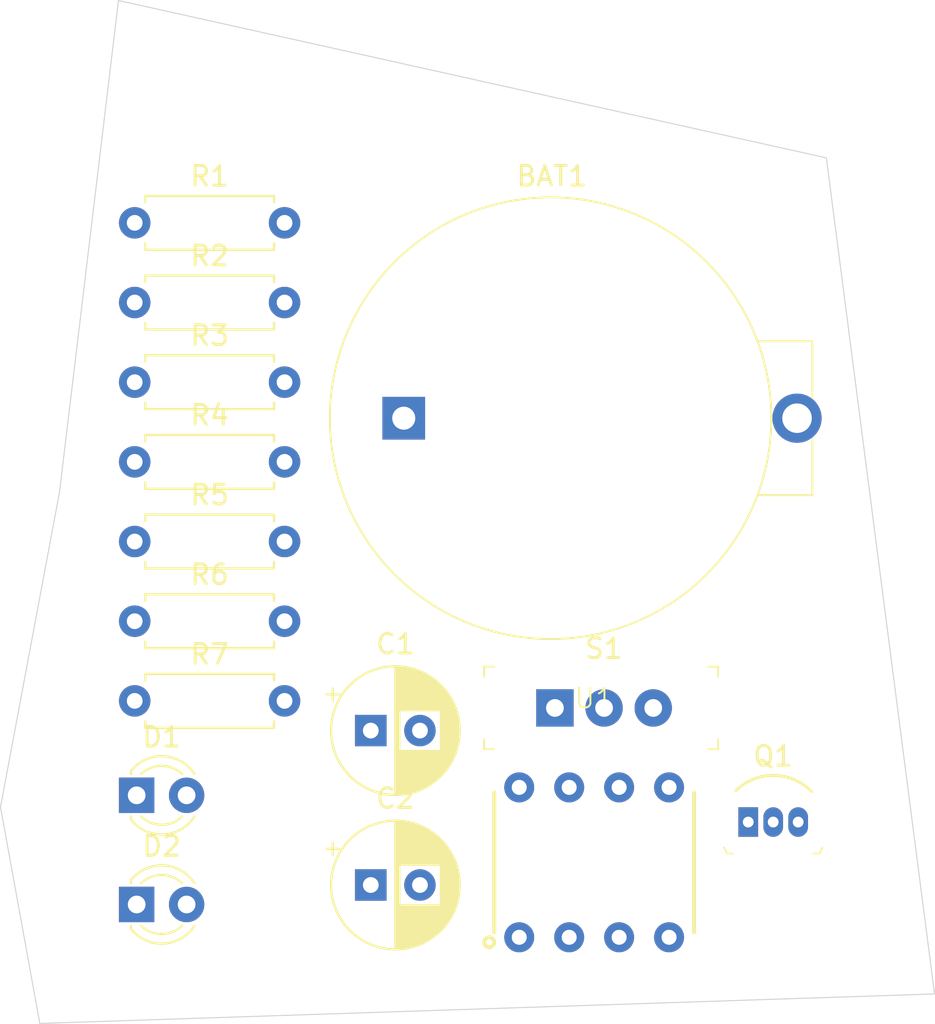
<source format=kicad_pcb>
(kicad_pcb (version 20240108) (generator "pcbnew") (generator_version "8.0")
  (layers (0 "F.Cu" signal) (31 "B.Cu" signal) (34 "B.Paste" user) (35 "F.Paste" user) (36 "B.SilkS" user "B.Silkscreen") (37 "F.SilkS" user "F.Silkscreen") (38 "B.Mask" user) (39 "F.Mask" user) (44 "Edge.Cuts" user))
  (net 0 "")
  (net 1 "GND")
  (net 2 "Net-(BAT1-PadPos)")
  (net 3 "Net-(U1-THRESH)")
  (net 4 "Net-(C2-Pad1)")
  (net 5 "Net-(D1-K)")
  (net 6 "Net-(D1-A)")
  (net 7 "Net-(D2-A)")
  (net 8 "Net-(Q1-B)")
  (net 9 "Net-(U1-DIS)")
  (net 10 "VCC")
  (net 11 "Net-(U1-OUT)")
  (footprint "Resistor_THT:R_Axial_DIN0207_L6.3mm_D2.5mm_P7.62mm_Horizontal" (layer "F.Cu") (at 139.8254 95.403)
    (property "Reference" "R3" (at 3.81 -2.37 0) (layer "F.SilkS"))
    (property "Value" "22k")
    (fp_line (start 0.54 -1.37) (end 7.08 -1.37) (stroke (width 0.12)) (layer "F.SilkS"))
    (fp_line (start 0.54 -1.04) (end 0.54 -1.37) (stroke (width 0.12)) (layer "F.SilkS"))
    (fp_line (start 0.54 1.04) (end 0.54 1.37) (stroke (width 0.12)) (layer "F.SilkS"))
    (fp_line (start 0.54 1.37) (end 7.08 1.37) (stroke (width 0.12)) (layer "F.SilkS"))
    (fp_line (start 7.08 -1.37) (end 7.08 -1.04) (stroke (width 0.12)) (layer "F.SilkS"))
    (fp_line (start 7.08 1.37) (end 7.08 1.04) (stroke (width 0.12)) (layer "F.SilkS"))
    (pad "1" thru_hole circle (at 0 0) (size 1.6 1.6) (drill 0.8) (layers "*.Cu" "*.Mask") (net 11 "Net-(U1-OUT)"))
    (pad "2" thru_hole oval (at 7.62 0) (size 1.6 1.6) (drill 0.8) (layers "*.Cu" "*.Mask") (net 4 "Net-(C2-Pad1)"))
  )
  (footprint "Resistor_THT:R_Axial_DIN0207_L6.3mm_D2.5mm_P7.62mm_Horizontal" (layer "F.Cu") (at 139.8254 103.503)
    (property "Reference" "R5" (at 3.81 -2.37 0) (layer "F.SilkS"))
    (property "Value" "10k")
    (fp_line (start 0.54 -1.37) (end 7.08 -1.37) (stroke (width 0.12)) (layer "F.SilkS"))
    (fp_line (start 0.54 -1.04) (end 0.54 -1.37) (stroke (width 0.12)) (layer "F.SilkS"))
    (fp_line (start 0.54 1.04) (end 0.54 1.37) (stroke (width 0.12)) (layer "F.SilkS"))
    (fp_line (start 0.54 1.37) (end 7.08 1.37) (stroke (width 0.12)) (layer "F.SilkS"))
    (fp_line (start 7.08 -1.37) (end 7.08 -1.04) (stroke (width 0.12)) (layer "F.SilkS"))
    (fp_line (start 7.08 1.37) (end 7.08 1.04) (stroke (width 0.12)) (layer "F.SilkS"))
    (pad "1" thru_hole circle (at 0 0) (size 1.6 1.6) (drill 0.8) (layers "*.Cu" "*.Mask") (net 4 "Net-(C2-Pad1)"))
    (pad "2" thru_hole oval (at 7.62 0) (size 1.6 1.6) (drill 0.8) (layers "*.Cu" "*.Mask") (net 8 "Net-(Q1-B)"))
  )
  (footprint "digikey-footprints:Switch_Slide_11.6x4mm_EG1218" (layer "F.Cu") (at 161.1954 111.963)
    (property "Reference" "S1" (at 2.49 -3.02 0) (layer "F.SilkS"))
    (property "Value" "EG1218")
    (fp_line (start -3.6 -2.1) (end -3.6 -1.6) (stroke (width 0.1)) (layer "F.SilkS"))
    (fp_line (start -3.6 -2.1) (end -3.1 -2.1) (stroke (width 0.1)) (layer "F.SilkS"))
    (fp_line (start -3.6 2.1) (end -3.6 1.6) (stroke (width 0.1)) (layer "F.SilkS"))
    (fp_line (start -3.6 2.1) (end -3.1 2.1) (stroke (width 0.1)) (layer "F.SilkS"))
    (fp_line (start 8.3 -2.1) (end 7.8 -2.1) (stroke (width 0.1)) (layer "F.SilkS"))
    (fp_line (start 8.3 -2.1) (end 8.3 -1.6) (stroke (width 0.1)) (layer "F.SilkS"))
    (fp_line (start 8.3 2.1) (end 7.8 2.1) (stroke (width 0.1)) (layer "F.SilkS"))
    (fp_line (start 8.3 2.1) (end 8.3 1.6) (stroke (width 0.1)) (layer "F.SilkS"))
    (pad "1" thru_hole rect (at 0 0) (size 1.9 1.9) (drill 0.9) (layers "*.Cu" "*.Mask"))
    (pad "2" thru_hole circle (at 2.5 0) (size 1.9 1.9) (drill 0.9) (layers "*.Cu" "*.Mask") (net 10 "VCC"))
    (pad "3" thru_hole circle (at 5 0) (size 1.9 1.9) (drill 0.9) (layers "*.Cu" "*.Mask") (net 2 "Net-(BAT1-PadPos)"))
  )
  (footprint "Resistor_THT:R_Axial_DIN0207_L6.3mm_D2.5mm_P7.62mm_Horizontal" (layer "F.Cu") (at 139.8254 107.553)
    (property "Reference" "R6" (at 3.81 -2.37 0) (layer "F.SilkS"))
    (property "Value" "100")
    (fp_line (start 0.54 -1.37) (end 7.08 -1.37) (stroke (width 0.12)) (layer "F.SilkS"))
    (fp_line (start 0.54 -1.04) (end 0.54 -1.37) (stroke (width 0.12)) (layer "F.SilkS"))
    (fp_line (start 0.54 1.04) (end 0.54 1.37) (stroke (width 0.12)) (layer "F.SilkS"))
    (fp_line (start 0.54 1.37) (end 7.08 1.37) (stroke (width 0.12)) (layer "F.SilkS"))
    (fp_line (start 7.08 -1.37) (end 7.08 -1.04) (stroke (width 0.12)) (layer "F.SilkS"))
    (fp_line (start 7.08 1.37) (end 7.08 1.04) (stroke (width 0.12)) (layer "F.SilkS"))
    (pad "1" thru_hole circle (at 0 0) (size 1.6 1.6) (drill 0.8) (layers "*.Cu" "*.Mask") (net 6 "Net-(D1-A)"))
    (pad "2" thru_hole oval (at 7.62 0) (size 1.6 1.6) (drill 0.8) (layers "*.Cu" "*.Mask") (net 10 "VCC"))
  )
  (footprint "Resistor_THT:R_Axial_DIN0207_L6.3mm_D2.5mm_P7.62mm_Horizontal" (layer "F.Cu") (at 139.8254 99.453)
    (property "Reference" "R4" (at 3.81 -2.37 0) (layer "F.SilkS"))
    (property "Value" "100k")
    (fp_line (start 0.54 -1.37) (end 7.08 -1.37) (stroke (width 0.12)) (layer "F.SilkS"))
    (fp_line (start 0.54 -1.04) (end 0.54 -1.37) (stroke (width 0.12)) (layer "F.SilkS"))
    (fp_line (start 0.54 1.04) (end 0.54 1.37) (stroke (width 0.12)) (layer "F.SilkS"))
    (fp_line (start 0.54 1.37) (end 7.08 1.37) (stroke (width 0.12)) (layer "F.SilkS"))
    (fp_line (start 7.08 -1.37) (end 7.08 -1.04) (stroke (width 0.12)) (layer "F.SilkS"))
    (fp_line (start 7.08 1.37) (end 7.08 1.04) (stroke (width 0.12)) (layer "F.SilkS"))
    (pad "1" thru_hole circle (at 0 0) (size 1.6 1.6) (drill 0.8) (layers "*.Cu" "*.Mask") (net 1 "GND"))
    (pad "2" thru_hole oval (at 7.62 0) (size 1.6 1.6) (drill 0.8) (layers "*.Cu" "*.Mask") (net 4 "Net-(C2-Pad1)"))
  )
  (footprint "Resistor_THT:R_Axial_DIN0207_L6.3mm_D2.5mm_P7.62mm_Horizontal" (layer "F.Cu") (at 139.8254 87.303)
    (property "Reference" "R1" (at 3.81 -2.37 0) (layer "F.SilkS"))
    (property "Value" "22k")
    (fp_line (start 0.54 -1.37) (end 7.08 -1.37) (stroke (width 0.12)) (layer "F.SilkS"))
    (fp_line (start 0.54 -1.04) (end 0.54 -1.37) (stroke (width 0.12)) (layer "F.SilkS"))
    (fp_line (start 0.54 1.04) (end 0.54 1.37) (stroke (width 0.12)) (layer "F.SilkS"))
    (fp_line (start 0.54 1.37) (end 7.08 1.37) (stroke (width 0.12)) (layer "F.SilkS"))
    (fp_line (start 7.08 -1.37) (end 7.08 -1.04) (stroke (width 0.12)) (layer "F.SilkS"))
    (fp_line (start 7.08 1.37) (end 7.08 1.04) (stroke (width 0.12)) (layer "F.SilkS"))
    (pad "1" thru_hole circle (at 0 0) (size 1.6 1.6) (drill 0.8) (layers "*.Cu" "*.Mask") (net 10 "VCC"))
    (pad "2" thru_hole oval (at 7.62 0) (size 1.6 1.6) (drill 0.8) (layers "*.Cu" "*.Mask") (net 9 "Net-(U1-DIS)"))
  )
  (footprint "LED_THT:LED_D3.0mm" (layer "F.Cu") (at 139.9254 121.953)
    (property "Reference" "D2" (at 1.27 -2.96 0) (layer "F.SilkS"))
    (property "Value" "LED RED")
    (fp_line (start -0.29 -1.236) (end -0.29 -1.08) (stroke (width 0.12)) (layer "F.SilkS"))
    (fp_line (start -0.29 1.08) (end -0.29 1.236) (stroke (width 0.12)) (layer "F.SilkS"))
    (fp_arc (start -0.29 -1.235516) (mid 1.366487 -1.987659) (end 2.942335 -1.078608) (stroke (width 0.12)) (layer "F.SilkS"))
    (fp_arc (start 0.229039 -1.08) (mid 1.270117 -1.5) (end 2.31113 -1.079837) (stroke (width 0.12)) (layer "F.SilkS"))
    (fp_arc (start 2.31113 1.079837) (mid 1.270117 1.5) (end 0.229039 1.08) (stroke (width 0.12)) (layer "F.SilkS"))
    (fp_arc (start 2.942335 1.078608) (mid 1.366487 1.987659) (end -0.29 1.235516) (stroke (width 0.12)) (layer "F.SilkS"))
    (pad "1" thru_hole rect (at 0 0) (size 1.8 1.8) (drill 0.9) (layers "*.Cu" "*.Mask") (net 5 "Net-(D1-K)"))
    (pad "2" thru_hole circle (at 2.54 0) (size 1.8 1.8) (drill 0.9) (layers "*.Cu" "*.Mask") (net 7 "Net-(D2-A)"))
  )
  (footprint "Resistor_THT:R_Axial_DIN0207_L6.3mm_D2.5mm_P7.62mm_Horizontal" (layer "F.Cu") (at 139.8254 111.603)
    (property "Reference" "R7" (at 3.81 -2.37 0) (layer "F.SilkS"))
    (property "Value" "100")
    (fp_line (start 0.54 -1.37) (end 7.08 -1.37) (stroke (width 0.12)) (layer "F.SilkS"))
    (fp_line (start 0.54 -1.04) (end 0.54 -1.37) (stroke (width 0.12)) (layer "F.SilkS"))
    (fp_line (start 0.54 1.04) (end 0.54 1.37) (stroke (width 0.12)) (layer "F.SilkS"))
    (fp_line (start 0.54 1.37) (end 7.08 1.37) (stroke (width 0.12)) (layer "F.SilkS"))
    (fp_line (start 7.08 -1.37) (end 7.08 -1.04) (stroke (width 0.12)) (layer "F.SilkS"))
    (fp_line (start 7.08 1.37) (end 7.08 1.04) (stroke (width 0.12)) (layer "F.SilkS"))
    (pad "1" thru_hole circle (at 0 0) (size 1.6 1.6) (drill 0.8) (layers "*.Cu" "*.Mask") (net 7 "Net-(D2-A)"))
    (pad "2" thru_hole oval (at 7.62 0) (size 1.6 1.6) (drill 0.8) (layers "*.Cu" "*.Mask") (net 10 "VCC"))
  )
  (footprint "digikey-footprints:Battery_Holder_Coin_2032_BS-7" (layer "F.Cu") (at 153.5078 97.233)
    (property "Reference" "BAT1" (at 7.52856 -12.3063 0) (layer "F.SilkS"))
    (property "Value" "BS-7")
    (fp_line (start 18.034 -3.9116) (end 20.7772 -3.9116) (stroke (width 0.1)) (layer "F.SilkS"))
    (fp_line (start 18.034 3.9116) (end 20.7772 3.9116) (stroke (width 0.1)) (layer "F.SilkS"))
    (fp_line (start 20.7772 -3.9116) (end 20.7772 -1.0668) (stroke (width 0.1)) (layer "F.SilkS"))
    (fp_line (start 20.7772 3.9116) (end 20.7772 1.0668) (stroke (width 0.1)) (layer "F.SilkS"))
    (fp_circle (center 7.4676 0) (end -3.7592 0) (stroke (width 0.1)) (fill none) (layer "F.SilkS"))
    (pad "Neg" thru_hole rect (at 0 0) (size 2.17 2.17) (drill 1.17) (layers "*.Cu" "*.Mask") (net 1 "GND"))
    (pad "Pos" thru_hole circle (at 20 0) (size 2.5 2.5) (drill 1.5) (layers "*.Cu" "*.Mask") (net 2 "Net-(BAT1-PadPos)"))
  )
  (footprint "Resistor_THT:R_Axial_DIN0207_L6.3mm_D2.5mm_P7.62mm_Horizontal" (layer "F.Cu") (at 139.8254 91.353)
    (property "Reference" "R2" (at 3.81 -2.37 0) (layer "F.SilkS"))
    (property "Value" "330k")
    (fp_line (start 0.54 -1.37) (end 7.08 -1.37) (stroke (width 0.12)) (layer "F.SilkS"))
    (fp_line (start 0.54 -1.04) (end 0.54 -1.37) (stroke (width 0.12)) (layer "F.SilkS"))
    (fp_line (start 0.54 1.04) (end 0.54 1.37) (stroke (width 0.12)) (layer "F.SilkS"))
    (fp_line (start 0.54 1.37) (end 7.08 1.37) (stroke (width 0.12)) (layer "F.SilkS"))
    (fp_line (start 7.08 -1.37) (end 7.08 -1.04) (stroke (width 0.12)) (layer "F.SilkS"))
    (fp_line (start 7.08 1.37) (end 7.08 1.04) (stroke (width 0.12)) (layer "F.SilkS"))
    (pad "1" thru_hole circle (at 0 0) (size 1.6 1.6) (drill 0.8) (layers "*.Cu" "*.Mask") (net 9 "Net-(U1-DIS)"))
    (pad "2" thru_hole oval (at 7.62 0) (size 1.6 1.6) (drill 0.8) (layers "*.Cu" "*.Mask") (net 3 "Net-(U1-THRESH)"))
  )
  (footprint "LED_THT:LED_D3.0mm" (layer "F.Cu") (at 139.9254 116.403)
    (property "Reference" "D1" (at 1.27 -2.96 0) (layer "F.SilkS"))
    (property "Value" "LED RED")
    (fp_line (start -0.29 -1.236) (end -0.29 -1.08) (stroke (width 0.12)) (layer "F.SilkS"))
    (fp_line (start -0.29 1.08) (end -0.29 1.236) (stroke (width 0.12)) (layer "F.SilkS"))
    (fp_arc (start -0.29 -1.235516) (mid 1.366487 -1.987659) (end 2.942335 -1.078608) (stroke (width 0.12)) (layer "F.SilkS"))
    (fp_arc (start 0.229039 -1.08) (mid 1.270117 -1.5) (end 2.31113 -1.079837) (stroke (width 0.12)) (layer "F.SilkS"))
    (fp_arc (start 2.31113 1.079837) (mid 1.270117 1.5) (end 0.229039 1.08) (stroke (width 0.12)) (layer "F.SilkS"))
    (fp_arc (start 2.942335 1.078608) (mid 1.366487 1.987659) (end -0.29 1.235516) (stroke (width 0.12)) (layer "F.SilkS"))
    (pad "1" thru_hole rect (at 0 0) (size 1.8 1.8) (drill 0.9) (layers "*.Cu" "*.Mask") (net 5 "Net-(D1-K)"))
    (pad "2" thru_hole circle (at 2.54 0) (size 1.8 1.8) (drill 0.9) (layers "*.Cu" "*.Mask") (net 6 "Net-(D1-A)"))
  )
  (footprint "digikey-footprints:TO-92-3" (layer "F.Cu") (at 171.0254 117.763)
    (property "Reference" "Q1" (at 1.27 -3.35 0) (layer "F.SilkS"))
    (property "Value" "2N3904")
    (fp_line (start -1.08 1.6) (end -1.23 1.3) (stroke (width 0.1)) (layer "F.SilkS"))
    (fp_line (start -0.78 1.6) (end -1.08 1.6) (stroke (width 0.1)) (layer "F.SilkS"))
    (fp_line (start 3.62 1.6) (end 3.32 1.6) (stroke (width 0.1)) (layer "F.SilkS"))
    (fp_line (start 3.62 1.6) (end 3.77 1.3) (stroke (width 0.1)) (layer "F.SilkS"))
    (fp_arc (start -0.63 -1.6) (mid 1.305355 -2.372361) (end 3.22 -1.55) (stroke (width 0.15)) (layer "F.SilkS"))
    (pad "1" thru_hole rect (at 0 0 180) (size 1 1.5) (drill 0.55) (layers "*.Cu" "*.Mask") (net 1 "GND"))
    (pad "2" thru_hole oval (at 1.27 0 180) (size 1 1.5) (drill 0.55) (layers "*.Cu" "*.Mask") (net 8 "Net-(Q1-B)"))
    (pad "3" thru_hole oval (at 2.54 0 180) (size 1 1.5) (drill 0.55) (layers "*.Cu" "*.Mask") (net 5 "Net-(D1-K)"))
  )
  (footprint "Capacitor_THT:CP_Radial_D6.3mm_P2.50mm" (layer "F.Cu") (at 151.830641 113.113)
    (property "Reference" "C1" (at 1.25 -4.4 0) (layer "F.SilkS"))
    (property "Value" "10u")
    (fp_line (start -2.250241 -1.839) (end -1.620241 -1.839) (stroke (width 0.12)) (layer "F.SilkS"))
    (fp_line (start -1.935241 -2.154) (end -1.935241 -1.524) (stroke (width 0.12)) (layer "F.SilkS"))
    (fp_line (start 1.25 -3.23) (end 1.25 3.23) (stroke (width 0.12)) (layer "F.SilkS"))
    (fp_line (start 1.29 -3.23) (end 1.29 3.23) (stroke (width 0.12)) (layer "F.SilkS"))
    (fp_line (start 1.33 -3.23) (end 1.33 3.23) (stroke (width 0.12)) (layer "F.SilkS"))
    (fp_line (start 1.37 -3.228) (end 1.37 3.228) (stroke (width 0.12)) (layer "F.SilkS"))
    (fp_line (start 1.41 -3.227) (end 1.41 3.227) (stroke (width 0.12)) (layer "F.SilkS"))
    (fp_line (start 1.45 -3.224) (end 1.45 3.224) (stroke (width 0.12)) (layer "F.SilkS"))
    (fp_line (start 1.49 -3.222) (end 1.49 -1.04) (stroke (width 0.12)) (layer "F.SilkS"))
    (fp_line (start 1.49 1.04) (end 1.49 3.222) (stroke (width 0.12)) (layer "F.SilkS"))
    (fp_line (start 1.53 -3.218) (end 1.53 -1.04) (stroke (width 0.12)) (layer "F.SilkS"))
    (fp_line (start 1.53 1.04) (end 1.53 3.218) (stroke (width 0.12)) (layer "F.SilkS"))
    (fp_line (start 1.57 -3.215) (end 1.57 -1.04) (stroke (width 0.12)) (layer "F.SilkS"))
    (fp_line (start 1.57 1.04) (end 1.57 3.215) (stroke (width 0.12)) (layer "F.SilkS"))
    (fp_line (start 1.61 -3.211) (end 1.61 -1.04) (stroke (width 0.12)) (layer "F.SilkS"))
    (fp_line (start 1.61 1.04) (end 1.61 3.211) (stroke (width 0.12)) (layer "F.SilkS"))
    (fp_line (start 1.65 -3.206) (end 1.65 -1.04) (stroke (width 0.12)) (layer "F.SilkS"))
    (fp_line (start 1.65 1.04) (end 1.65 3.206) (stroke (width 0.12)) (layer "F.SilkS"))
    (fp_line (start 1.69 -3.201) (end 1.69 -1.04) (stroke (width 0.12)) (layer "F.SilkS"))
    (fp_line (start 1.69 1.04) (end 1.69 3.201) (stroke (width 0.12)) (layer "F.SilkS"))
    (fp_line (start 1.73 -3.195) (end 1.73 -1.04) (stroke (width 0.12)) (layer "F.SilkS"))
    (fp_line (start 1.73 1.04) (end 1.73 3.195) (stroke (width 0.12)) (layer "F.SilkS"))
    (fp_line (start 1.77 -3.189) (end 1.77 -1.04) (stroke (width 0.12)) (layer "F.SilkS"))
    (fp_line (start 1.77 1.04) (end 1.77 3.189) (stroke (width 0.12)) (layer "F.SilkS"))
    (fp_line (start 1.81 -3.182) (end 1.81 -1.04) (stroke (width 0.12)) (layer "F.SilkS"))
    (fp_line (start 1.81 1.04) (end 1.81 3.182) (stroke (width 0.12)) (layer "F.SilkS"))
    (fp_line (start 1.85 -3.175) (end 1.85 -1.04) (stroke (width 0.12)) (layer "F.SilkS"))
    (fp_line (start 1.85 1.04) (end 1.85 3.175) (stroke (width 0.12)) (layer "F.SilkS"))
    (fp_line (start 1.89 -3.167) (end 1.89 -1.04) (stroke (width 0.12)) (layer "F.SilkS"))
    (fp_line (start 1.89 1.04) (end 1.89 3.167) (stroke (width 0.12)) (layer "F.SilkS"))
    (fp_line (start 1.93 -3.159) (end 1.93 -1.04) (stroke (width 0.12)) (layer "F.SilkS"))
    (fp_line (start 1.93 1.04) (end 1.93 3.159) (stroke (width 0.12)) (layer "F.SilkS"))
    (fp_line (start 1.971 -3.15) (end 1.971 -1.04) (stroke (width 0.12)) (layer "F.SilkS"))
    (fp_line (start 1.971 1.04) (end 1.971 3.15) (stroke (width 0.12)) (layer "F.SilkS"))
    (fp_line (start 2.011 -3.141) (end 2.011 -1.04) (stroke (width 0.12)) (layer "F.SilkS"))
    (fp_line (start 2.011 1.04) (end 2.011 3.141) (stroke (width 0.12)) (layer "F.SilkS"))
    (fp_line (start 2.051 -3.131) (end 2.051 -1.04) (stroke (width 0.12)) (layer "F.SilkS"))
    (fp_line (start 2.051 1.04) (end 2.051 3.131) (stroke (width 0.12)) (layer "F.SilkS"))
    (fp_line (start 2.091 -3.121) (end 2.091 -1.04) (stroke (width 0.12)) (layer "F.SilkS"))
    (fp_line (start 2.091 1.04) (end 2.091 3.121) (stroke (width 0.12)) (layer "F.SilkS"))
    (fp_line (start 2.131 -3.11) (end 2.131 -1.04) (stroke (width 0.12)) (layer "F.SilkS"))
    (fp_line (start 2.131 1.04) (end 2.131 3.11) (stroke (width 0.12)) (layer "F.SilkS"))
    (fp_line (start 2.171 -3.098) (end 2.171 -1.04) (stroke (width 0.12)) (layer "F.SilkS"))
    (fp_line (start 2.171 1.04) (end 2.171 3.098) (stroke (width 0.12)) (layer "F.SilkS"))
    (fp_line (start 2.211 -3.086) (end 2.211 -1.04) (stroke (width 0.12)) (layer "F.SilkS"))
    (fp_line (start 2.211 1.04) (end 2.211 3.086) (stroke (width 0.12)) (layer "F.SilkS"))
    (fp_line (start 2.251 -3.074) (end 2.251 -1.04) (stroke (width 0.12)) (layer "F.SilkS"))
    (fp_line (start 2.251 1.04) (end 2.251 3.074) (stroke (width 0.12)) (layer "F.SilkS"))
    (fp_line (start 2.291 -3.061) (end 2.291 -1.04) (stroke (width 0.12)) (layer "F.SilkS"))
    (fp_line (start 2.291 1.04) (end 2.291 3.061) (stroke (width 0.12)) (layer "F.SilkS"))
    (fp_line (start 2.331 -3.047) (end 2.331 -1.04) (stroke (width 0.12)) (layer "F.SilkS"))
    (fp_line (start 2.331 1.04) (end 2.331 3.047) (stroke (width 0.12)) (layer "F.SilkS"))
    (fp_line (start 2.371 -3.033) (end 2.371 -1.04) (stroke (width 0.12)) (layer "F.SilkS"))
    (fp_line (start 2.371 1.04) (end 2.371 3.033) (stroke (width 0.12)) (layer "F.SilkS"))
    (fp_line (start 2.411 -3.018) (end 2.411 -1.04) (stroke (width 0.12)) (layer "F.SilkS"))
    (fp_line (start 2.411 1.04) (end 2.411 3.018) (stroke (width 0.12)) (layer "F.SilkS"))
    (fp_line (start 2.451 -3.002) (end 2.451 -1.04) (stroke (width 0.12)) (layer "F.SilkS"))
    (fp_line (start 2.451 1.04) (end 2.451 3.002) (stroke (width 0.12)) (layer "F.SilkS"))
    (fp_line (start 2.491 -2.986) (end 2.491 -1.04) (stroke (width 0.12)) (layer "F.SilkS"))
    (fp_line (start 2.491 1.04) (end 2.491 2.986) (stroke (width 0.12)) (layer "F.SilkS"))
    (fp_line (start 2.531 -2.97) (end 2.531 -1.04) (stroke (width 0.12)) (layer "F.SilkS"))
    (fp_line (start 2.531 1.04) (end 2.531 2.97) (stroke (width 0.12)) (layer "F.SilkS"))
    (fp_line (start 2.571 -2.952) (end 2.571 -1.04) (stroke (width 0.12)) (layer "F.SilkS"))
    (fp_line (start 2.571 1.04) (end 2.571 2.952) (stroke (width 0.12)) (layer "F.SilkS"))
    (fp_line (start 2.611 -2.934) (end 2.611 -1.04) (stroke (width 0.12)) (layer "F.SilkS"))
    (fp_line (start 2.611 1.04) (end 2.611 2.934) (stroke (width 0.12)) (layer "F.SilkS"))
    (fp_line (start 2.651 -2.916) (end 2.651 -1.04) (stroke (width 0.12)) (layer "F.SilkS"))
    (fp_line (start 2.651 1.04) (end 2.651 2.916) (stroke (width 0.12)) (layer "F.SilkS"))
    (fp_line (start 2.691 -2.896) (end 2.691 -1.04) (stroke (width 0.12)) (layer "F.SilkS"))
    (fp_line (start 2.691 1.04) (end 2.691 2.896) (stroke (width 0.12)) (layer "F.SilkS"))
    (fp_line (start 2.731 -2.876) (end 2.731 -1.04) (stroke (width 0.12)) (layer "F.SilkS"))
    (fp_line (start 2.731 1.04) (end 2.731 2.876) (stroke (width 0.12)) (layer "F.SilkS"))
    (fp_line (start 2.771 -2.856) (end 2.771 -1.04) (stroke (width 0.12)) (layer "F.SilkS"))
    (fp_line (start 2.771 1.04) (end 2.771 2.856) (stroke (width 0.12)) (layer "F.SilkS"))
    (fp_line (start 2.811 -2.834) (end 2.811 -1.04) (stroke (width 0.12)) (layer "F.SilkS"))
    (fp_line (start 2.811 1.04) (end 2.811 2.834) (stroke (width 0.12)) (layer "F.SilkS"))
    (fp_line (start 2.851 -2.812) (end 2.851 -1.04) (stroke (width 0.12)) (layer "F.SilkS"))
    (fp_line (start 2.851 1.04) (end 2.851 2.812) (stroke (width 0.12)) (layer "F.SilkS"))
    (fp_line (start 2.891 -2.79) (end 2.891 -1.04) (stroke (width 0.12)) (layer "F.SilkS"))
    (fp_line (start 2.891 1.04) (end 2.891 2.79) (stroke (width 0.12)) (layer "F.SilkS"))
    (fp_line (start 2.931 -2.766) (end 2.931 -1.04) (stroke (width 0.12)) (layer "F.SilkS"))
    (fp_line (start 2.931 1.04) (end 2.931 2.766) (stroke (width 0.12)) (layer "F.SilkS"))
    (fp_line (start 2.971 -2.742) (end 2.971 -1.04) (stroke (width 0.12)) (layer "F.SilkS"))
    (fp_line (start 2.971 1.04) (end 2.971 2.742) (stroke (width 0.12)) (layer "F.SilkS"))
    (fp_line (start 3.011 -2.716) (end 3.011 -1.04) (stroke (width 0.12)) (layer "F.SilkS"))
    (fp_line (start 3.011 1.04) (end 3.011 2.716) (stroke (width 0.12)) (layer "F.SilkS"))
    (fp_line (start 3.051 -2.69) (end 3.051 -1.04) (stroke (width 0.12)) (layer "F.SilkS"))
    (fp_line (start 3.051 1.04) (end 3.051 2.69) (stroke (width 0.12)) (layer "F.SilkS"))
    (fp_line (start 3.091 -2.664) (end 3.091 -1.04) (stroke (width 0.12)) (layer "F.SilkS"))
    (fp_line (start 3.091 1.04) (end 3.091 2.664) (stroke (width 0.12)) (layer "F.SilkS"))
    (fp_line (start 3.131 -2.636) (end 3.131 -1.04) (stroke (width 0.12)) (layer "F.SilkS"))
    (fp_line (start 3.131 1.04) (end 3.131 2.636) (stroke (width 0.12)) (layer "F.SilkS"))
    (fp_line (start 3.171 -2.607) (end 3.171 -1.04) (stroke (width 0.12)) (layer "F.SilkS"))
    (fp_line (start 3.171 1.04) (end 3.171 2.607) (stroke (width 0.12)) (layer "F.SilkS"))
    (fp_line (start 3.211 -2.578) (end 3.211 -1.04) (stroke (width 0.12)) (layer "F.SilkS"))
    (fp_line (start 3.211 1.04) (end 3.211 2.578) (stroke (width 0.12)) (layer "F.SilkS"))
    (fp_line (start 3.251 -2.548) (end 3.251 -1.04) (stroke (width 0.12)) (layer "F.SilkS"))
    (fp_line (start 3.251 1.04) (end 3.251 2.548) (stroke (width 0.12)) (layer "F.SilkS"))
    (fp_line (start 3.291 -2.516) (end 3.291 -1.04) (stroke (width 0.12)) (layer "F.SilkS"))
    (fp_line (start 3.291 1.04) (end 3.291 2.516) (stroke (width 0.12)) (layer "F.SilkS"))
    (fp_line (start 3.331 -2.484) (end 3.331 -1.04) (stroke (width 0.12)) (layer "F.SilkS"))
    (fp_line (start 3.331 1.04) (end 3.331 2.484) (stroke (width 0.12)) (layer "F.SilkS"))
    (fp_line (start 3.371 -2.45) (end 3.371 -1.04) (stroke (width 0.12)) (layer "F.SilkS"))
    (fp_line (start 3.371 1.04) (end 3.371 2.45) (stroke (width 0.12)) (layer "F.SilkS"))
    (fp_line (start 3.411 -2.416) (end 3.411 -1.04) (stroke (width 0.12)) (layer "F.SilkS"))
    (fp_line (start 3.411 1.04) (end 3.411 2.416) (stroke (width 0.12)) (layer "F.SilkS"))
    (fp_line (start 3.451 -2.38) (end 3.451 -1.04) (stroke (width 0.12)) (layer "F.SilkS"))
    (fp_line (start 3.451 1.04) (end 3.451 2.38) (stroke (width 0.12)) (layer "F.SilkS"))
    (fp_line (start 3.491 -2.343) (end 3.491 -1.04) (stroke (width 0.12)) (layer "F.SilkS"))
    (fp_line (start 3.491 1.04) (end 3.491 2.343) (stroke (width 0.12)) (layer "F.SilkS"))
    (fp_line (start 3.531 -2.305) (end 3.531 -1.04) (stroke (width 0.12)) (layer "F.SilkS"))
    (fp_line (start 3.531 1.04) (end 3.531 2.305) (stroke (width 0.12)) (layer "F.SilkS"))
    (fp_line (start 3.571 -2.265) (end 3.571 2.265) (stroke (width 0.12)) (layer "F.SilkS"))
    (fp_line (start 3.611 -2.224) (end 3.611 2.224) (stroke (width 0.12)) (layer "F.SilkS"))
    (fp_line (start 3.651 -2.182) (end 3.651 2.182) (stroke (width 0.12)) (layer "F.SilkS"))
    (fp_line (start 3.691 -2.137) (end 3.691 2.137) (stroke (width 0.12)) (layer "F.SilkS"))
    (fp_line (start 3.731 -2.092) (end 3.731 2.092) (stroke (width 0.12)) (layer "F.SilkS"))
    (fp_line (start 3.771 -2.044) (end 3.771 2.044) (stroke (width 0.12)) (layer "F.SilkS"))
    (fp_line (start 3.811 -1.995) (end 3.811 1.995) (stroke (width 0.12)) (layer "F.SilkS"))
    (fp_line (start 3.851 -1.944) (end 3.851 1.944) (stroke (width 0.12)) (layer "F.SilkS"))
    (fp_line (start 3.891 -1.89) (end 3.891 1.89) (stroke (width 0.12)) (layer "F.SilkS"))
    (fp_line (start 3.931 -1.834) (end 3.931 1.834) (stroke (width 0.12)) (layer "F.SilkS"))
    (fp_line (start 3.971 -1.776) (end 3.971 1.776) (stroke (width 0.12)) (layer "F.SilkS"))
    (fp_line (start 4.011 -1.714) (end 4.011 1.714) (stroke (width 0.12)) (layer "F.SilkS"))
    (fp_line (start 4.051 -1.65) (end 4.051 1.65) (stroke (width 0.12)) (layer "F.SilkS"))
    (fp_line (start 4.091 -1.581) (end 4.091 1.581) (stroke (width 0.12)) (layer "F.SilkS"))
    (fp_line (start 4.131 -1.509) (end 4.131 1.509) (stroke (width 0.12)) (layer "F.SilkS"))
    (fp_line (start 4.171 -1.432) (end 4.171 1.432) (stroke (width 0.12)) (layer "F.SilkS"))
    (fp_line (start 4.211 -1.35) (end 4.211 1.35) (stroke (width 0.12)) (layer "F.SilkS"))
    (fp_line (start 4.251 -1.262) (end 4.251 1.262) (stroke (width 0.12)) (layer "F.SilkS"))
    (fp_line (start 4.291 -1.165) (end 4.291 1.165) (stroke (width 0.12)) (layer "F.SilkS"))
    (fp_line (start 4.331 -1.059) (end 4.331 1.059) (stroke (width 0.12)) (layer "F.SilkS"))
    (fp_line (start 4.371 -0.94) (end 4.371 0.94) (stroke (width 0.12)) (layer "F.SilkS"))
    (fp_line (start 4.411 -0.802) (end 4.411 0.802) (stroke (width 0.12)) (layer "F.SilkS"))
    (fp_line (start 4.451 -0.633) (end 4.451 0.633) (stroke (width 0.12)) (layer "F.SilkS"))
    (fp_line (start 4.491 -0.402) (end 4.491 0.402) (stroke (width 0.12)) (layer "F.SilkS"))
    (fp_circle (center 1.25 0) (end 4.52 0) (stroke (width 0.12)) (fill none) (layer "F.SilkS"))
    (pad "1" thru_hole rect (at 0 0) (size 1.6 1.6) (drill 0.8) (layers "*.Cu" "*.Mask") (net 3 "Net-(U1-THRESH)"))
    (pad "2" thru_hole circle (at 2.5 0) (size 1.6 1.6) (drill 0.8) (layers "*.Cu" "*.Mask") (net 1 "GND"))
  )
  (footprint "Capacitor_THT:CP_Radial_D6.3mm_P2.50mm" (layer "F.Cu") (at 151.830641 120.963)
    (property "Reference" "C2" (at 1.25 -4.4 0) (layer "F.SilkS"))
    (property "Value" "100u")
    (fp_line (start -2.250241 -1.839) (end -1.620241 -1.839) (stroke (width 0.12)) (layer "F.SilkS"))
    (fp_line (start -1.935241 -2.154) (end -1.935241 -1.524) (stroke (width 0.12)) (layer "F.SilkS"))
    (fp_line (start 1.25 -3.23) (end 1.25 3.23) (stroke (width 0.12)) (layer "F.SilkS"))
    (fp_line (start 1.29 -3.23) (end 1.29 3.23) (stroke (width 0.12)) (layer "F.SilkS"))
    (fp_line (start 1.33 -3.23) (end 1.33 3.23) (stroke (width 0.12)) (layer "F.SilkS"))
    (fp_line (start 1.37 -3.228) (end 1.37 3.228) (stroke (width 0.12)) (layer "F.SilkS"))
    (fp_line (start 1.41 -3.227) (end 1.41 3.227) (stroke (width 0.12)) (layer "F.SilkS"))
    (fp_line (start 1.45 -3.224) (end 1.45 3.224) (stroke (width 0.12)) (layer "F.SilkS"))
    (fp_line (start 1.49 -3.222) (end 1.49 -1.04) (stroke (width 0.12)) (layer "F.SilkS"))
    (fp_line (start 1.49 1.04) (end 1.49 3.222) (stroke (width 0.12)) (layer "F.SilkS"))
    (fp_line (start 1.53 -3.218) (end 1.53 -1.04) (stroke (width 0.12)) (layer "F.SilkS"))
    (fp_line (start 1.53 1.04) (end 1.53 3.218) (stroke (width 0.12)) (layer "F.SilkS"))
    (fp_line (start 1.57 -3.215) (end 1.57 -1.04) (stroke (width 0.12)) (layer "F.SilkS"))
    (fp_line (start 1.57 1.04) (end 1.57 3.215) (stroke (width 0.12)) (layer "F.SilkS"))
    (fp_line (start 1.61 -3.211) (end 1.61 -1.04) (stroke (width 0.12)) (layer "F.SilkS"))
    (fp_line (start 1.61 1.04) (end 1.61 3.211) (stroke (width 0.12)) (layer "F.SilkS"))
    (fp_line (start 1.65 -3.206) (end 1.65 -1.04) (stroke (width 0.12)) (layer "F.SilkS"))
    (fp_line (start 1.65 1.04) (end 1.65 3.206) (stroke (width 0.12)) (layer "F.SilkS"))
    (fp_line (start 1.69 -3.201) (end 1.69 -1.04) (stroke (width 0.12)) (layer "F.SilkS"))
    (fp_line (start 1.69 1.04) (end 1.69 3.201) (stroke (width 0.12)) (layer "F.SilkS"))
    (fp_line (start 1.73 -3.195) (end 1.73 -1.04) (stroke (width 0.12)) (layer "F.SilkS"))
    (fp_line (start 1.73 1.04) (end 1.73 3.195) (stroke (width 0.12)) (layer "F.SilkS"))
    (fp_line (start 1.77 -3.189) (end 1.77 -1.04) (stroke (width 0.12)) (layer "F.SilkS"))
    (fp_line (start 1.77 1.04) (end 1.77 3.189) (stroke (width 0.12)) (layer "F.SilkS"))
    (fp_line (start 1.81 -3.182) (end 1.81 -1.04) (stroke (width 0.12)) (layer "F.SilkS"))
    (fp_line (start 1.81 1.04) (end 1.81 3.182) (stroke (width 0.12)) (layer "F.SilkS"))
    (fp_line (start 1.85 -3.175) (end 1.85 -1.04) (stroke (width 0.12)) (layer "F.SilkS"))
    (fp_line (start 1.85 1.04) (end 1.85 3.175) (stroke (width 0.12)) (layer "F.SilkS"))
    (fp_line (start 1.89 -3.167) (end 1.89 -1.04) (stroke (width 0.12)) (layer "F.SilkS"))
    (fp_line (start 1.89 1.04) (end 1.89 3.167) (stroke (width 0.12)) (layer "F.SilkS"))
    (fp_line (start 1.93 -3.159) (end 1.93 -1.04) (stroke (width 0.12)) (layer "F.SilkS"))
    (fp_line (start 1.93 1.04) (end 1.93 3.159) (stroke (width 0.12)) (layer "F.SilkS"))
    (fp_line (start 1.971 -3.15) (end 1.971 -1.04) (stroke (width 0.12)) (layer "F.SilkS"))
    (fp_line (start 1.971 1.04) (end 1.971 3.15) (stroke (width 0.12)) (layer "F.SilkS"))
    (fp_line (start 2.011 -3.141) (end 2.011 -1.04) (stroke (width 0.12)) (layer "F.SilkS"))
    (fp_line (start 2.011 1.04) (end 2.011 3.141) (stroke (width 0.12)) (layer "F.SilkS"))
    (fp_line (start 2.051 -3.131) (end 2.051 -1.04) (stroke (width 0.12)) (layer "F.SilkS"))
    (fp_line (start 2.051 1.04) (end 2.051 3.131) (stroke (width 0.12)) (layer "F.SilkS"))
    (fp_line (start 2.091 -3.121) (end 2.091 -1.04) (stroke (width 0.12)) (layer "F.SilkS"))
    (fp_line (start 2.091 1.04) (end 2.091 3.121) (stroke (width 0.12)) (layer "F.SilkS"))
    (fp_line (start 2.131 -3.11) (end 2.131 -1.04) (stroke (width 0.12)) (layer "F.SilkS"))
    (fp_line (start 2.131 1.04) (end 2.131 3.11) (stroke (width 0.12)) (layer "F.SilkS"))
    (fp_line (start 2.171 -3.098) (end 2.171 -1.04) (stroke (width 0.12)) (layer "F.SilkS"))
    (fp_line (start 2.171 1.04) (end 2.171 3.098) (stroke (width 0.12)) (layer "F.SilkS"))
    (fp_line (start 2.211 -3.086) (end 2.211 -1.04) (stroke (width 0.12)) (layer "F.SilkS"))
    (fp_line (start 2.211 1.04) (end 2.211 3.086) (stroke (width 0.12)) (layer "F.SilkS"))
    (fp_line (start 2.251 -3.074) (end 2.251 -1.04) (stroke (width 0.12)) (layer "F.SilkS"))
    (fp_line (start 2.251 1.04) (end 2.251 3.074) (stroke (width 0.12)) (layer "F.SilkS"))
    (fp_line (start 2.291 -3.061) (end 2.291 -1.04) (stroke (width 0.12)) (layer "F.SilkS"))
    (fp_line (start 2.291 1.04) (end 2.291 3.061) (stroke (width 0.12)) (layer "F.SilkS"))
    (fp_line (start 2.331 -3.047) (end 2.331 -1.04) (stroke (width 0.12)) (layer "F.SilkS"))
    (fp_line (start 2.331 1.04) (end 2.331 3.047) (stroke (width 0.12)) (layer "F.SilkS"))
    (fp_line (start 2.371 -3.033) (end 2.371 -1.04) (stroke (width 0.12)) (layer "F.SilkS"))
    (fp_line (start 2.371 1.04) (end 2.371 3.033) (stroke (width 0.12)) (layer "F.SilkS"))
    (fp_line (start 2.411 -3.018) (end 2.411 -1.04) (stroke (width 0.12)) (layer "F.SilkS"))
    (fp_line (start 2.411 1.04) (end 2.411 3.018) (stroke (width 0.12)) (layer "F.SilkS"))
    (fp_line (start 2.451 -3.002) (end 2.451 -1.04) (stroke (width 0.12)) (layer "F.SilkS"))
    (fp_line (start 2.451 1.04) (end 2.451 3.002) (stroke (width 0.12)) (layer "F.SilkS"))
    (fp_line (start 2.491 -2.986) (end 2.491 -1.04) (stroke (width 0.12)) (layer "F.SilkS"))
    (fp_line (start 2.491 1.04) (end 2.491 2.986) (stroke (width 0.12)) (layer "F.SilkS"))
    (fp_line (start 2.531 -2.97) (end 2.531 -1.04) (stroke (width 0.12)) (layer "F.SilkS"))
    (fp_line (start 2.531 1.04) (end 2.531 2.97) (stroke (width 0.12)) (layer "F.SilkS"))
    (fp_line (start 2.571 -2.952) (end 2.571 -1.04) (stroke (width 0.12)) (layer "F.SilkS"))
    (fp_line (start 2.571 1.04) (end 2.571 2.952) (stroke (width 0.12)) (layer "F.SilkS"))
    (fp_line (start 2.611 -2.934) (end 2.611 -1.04) (stroke (width 0.12)) (layer "F.SilkS"))
    (fp_line (start 2.611 1.04) (end 2.611 2.934) (stroke (width 0.12)) (layer "F.SilkS"))
    (fp_line (start 2.651 -2.916) (end 2.651 -1.04) (stroke (width 0.12)) (layer "F.SilkS"))
    (fp_line (start 2.651 1.04) (end 2.651 2.916) (stroke (width 0.12)) (layer "F.SilkS"))
    (fp_line (start 2.691 -2.896) (end 2.691 -1.04) (stroke (width 0.12)) (layer "F.SilkS"))
    (fp_line (start 2.691 1.04) (end 2.691 2.896) (stroke (width 0.12)) (layer "F.SilkS"))
    (fp_line (start 2.731 -2.876) (end 2.731 -1.04) (stroke (width 0.12)) (layer "F.SilkS"))
    (fp_line (start 2.731 1.04) (end 2.731 2.876) (stroke (width 0.12)) (layer "F.SilkS"))
    (fp_line (start 2.771 -2.856) (end 2.771 -1.04) (stroke (width 0.12)) (layer "F.SilkS"))
    (fp_line (start 2.771 1.04) (end 2.771 2.856) (stroke (width 0.12)) (layer "F.SilkS"))
    (fp_line (start 2.811 -2.834) (end 2.811 -1.04) (stroke (width 0.12)) (layer "F.SilkS"))
    (fp_line (start 2.811 1.04) (end 2.811 2.834) (stroke (width 0.12)) (layer "F.SilkS"))
    (fp_line (start 2.851 -2.812) (end 2.851 -1.04) (stroke (width 0.12)) (layer "F.SilkS"))
    (fp_line (start 2.851 1.04) (end 2.851 2.812) (stroke (width 0.12)) (layer "F.SilkS"))
    (fp_line (start 2.891 -2.79) (end 2.891 -1.04) (stroke (width 0.12)) (layer "F.SilkS"))
    (fp_line (start 2.891 1.04) (end 2.891 2.79) (stroke (width 0.12)) (layer "F.SilkS"))
    (fp_line (start 2.931 -2.766) (end 2.931 -1.04) (stroke (width 0.12)) (layer "F.SilkS"))
    (fp_line (start 2.931 1.04) (end 2.931 2.766) (stroke (width 0.12)) (layer "F.SilkS"))
    (fp_line (start 2.971 -2.742) (end 2.971 -1.04) (stroke (width 0.12)) (layer "F.SilkS"))
    (fp_line (start 2.971 1.04) (end 2.971 2.742) (stroke (width 0.12)) (layer "F.SilkS"))
    (fp_line (start 3.011 -2.716) (end 3.011 -1.04) (stroke (width 0.12)) (layer "F.SilkS"))
    (fp_line (start 3.011 1.04) (end 3.011 2.716) (stroke (width 0.12)) (layer "F.SilkS"))
    (fp_line (start 3.051 -2.69) (end 3.051 -1.04) (stroke (width 0.12)) (layer "F.SilkS"))
    (fp_line (start 3.051 1.04) (end 3.051 2.69) (stroke (width 0.12)) (layer "F.SilkS"))
    (fp_line (start 3.091 -2.664) (end 3.091 -1.04) (stroke (width 0.12)) (layer "F.SilkS"))
    (fp_line (start 3.091 1.04) (end 3.091 2.664) (stroke (width 0.12)) (layer "F.SilkS"))
    (fp_line (start 3.131 -2.636) (end 3.131 -1.04) (stroke (width 0.12)) (layer "F.SilkS"))
    (fp_line (start 3.131 1.04) (end 3.131 2.636) (stroke (width 0.12)) (layer "F.SilkS"))
    (fp_line (start 3.171 -2.607) (end 3.171 -1.04) (stroke (width 0.12)) (layer "F.SilkS"))
    (fp_line (start 3.171 1.04) (end 3.171 2.607) (stroke (width 0.12)) (layer "F.SilkS"))
    (fp_line (start 3.211 -2.578) (end 3.211 -1.04) (stroke (width 0.12)) (layer "F.SilkS"))
    (fp_line (start 3.211 1.04) (end 3.211 2.578) (stroke (width 0.12)) (layer "F.SilkS"))
    (fp_line (start 3.251 -2.548) (end 3.251 -1.04) (stroke (width 0.12)) (layer "F.SilkS"))
    (fp_line (start 3.251 1.04) (end 3.251 2.548) (stroke (width 0.12)) (layer "F.SilkS"))
    (fp_line (start 3.291 -2.516) (end 3.291 -1.04) (stroke (width 0.12)) (layer "F.SilkS"))
    (fp_line (start 3.291 1.04) (end 3.291 2.516) (stroke (width 0.12)) (layer "F.SilkS"))
    (fp_line (start 3.331 -2.484) (end 3.331 -1.04) (stroke (width 0.12)) (layer "F.SilkS"))
    (fp_line (start 3.331 1.04) (end 3.331 2.484) (stroke (width 0.12)) (layer "F.SilkS"))
    (fp_line (start 3.371 -2.45) (end 3.371 -1.04) (stroke (width 0.12)) (layer "F.SilkS"))
    (fp_line (start 3.371 1.04) (end 3.371 2.45) (stroke (width 0.12)) (layer "F.SilkS"))
    (fp_line (start 3.411 -2.416) (end 3.411 -1.04) (stroke (width 0.12)) (layer "F.SilkS"))
    (fp_line (start 3.411 1.04) (end 3.411 2.416) (stroke (width 0.12)) (layer "F.SilkS"))
    (fp_line (start 3.451 -2.38) (end 3.451 -1.04) (stroke (width 0.12)) (layer "F.SilkS"))
    (fp_line (start 3.451 1.04) (end 3.451 2.38) (stroke (width 0.12)) (layer "F.SilkS"))
    (fp_line (start 3.491 -2.343) (end 3.491 -1.04) (stroke (width 0.12)) (layer "F.SilkS"))
    (fp_line (start 3.491 1.04) (end 3.491 2.343) (stroke (width 0.12)) (layer "F.SilkS"))
    (fp_line (start 3.531 -2.305) (end 3.531 -1.04) (stroke (width 0.12)) (layer "F.SilkS"))
    (fp_line (start 3.531 1.04) (end 3.531 2.305) (stroke (width 0.12)) (layer "F.SilkS"))
    (fp_line (start 3.571 -2.265) (end 3.571 2.265) (stroke (width 0.12)) (layer "F.SilkS"))
    (fp_line (start 3.611 -2.224) (end 3.611 2.224) (stroke (width 0.12)) (layer "F.SilkS"))
    (fp_line (start 3.651 -2.182) (end 3.651 2.182) (stroke (width 0.12)) (layer "F.SilkS"))
    (fp_line (start 3.691 -2.137) (end 3.691 2.137) (stroke (width 0.12)) (layer "F.SilkS"))
    (fp_line (start 3.731 -2.092) (end 3.731 2.092) (stroke (width 0.12)) (layer "F.SilkS"))
    (fp_line (start 3.771 -2.044) (end 3.771 2.044) (stroke (width 0.12)) (layer "F.SilkS"))
    (fp_line (start 3.811 -1.995) (end 3.811 1.995) (stroke (width 0.12)) (layer "F.SilkS"))
    (fp_line (start 3.851 -1.944) (end 3.851 1.944) (stroke (width 0.12)) (layer "F.SilkS"))
    (fp_line (start 3.891 -1.89) (end 3.891 1.89) (stroke (width 0.12)) (layer "F.SilkS"))
    (fp_line (start 3.931 -1.834) (end 3.931 1.834) (stroke (width 0.12)) (layer "F.SilkS"))
    (fp_line (start 3.971 -1.776) (end 3.971 1.776) (stroke (width 0.12)) (layer "F.SilkS"))
    (fp_line (start 4.011 -1.714) (end 4.011 1.714) (stroke (width 0.12)) (layer "F.SilkS"))
    (fp_line (start 4.051 -1.65) (end 4.051 1.65) (stroke (width 0.12)) (layer "F.SilkS"))
    (fp_line (start 4.091 -1.581) (end 4.091 1.581) (stroke (width 0.12)) (layer "F.SilkS"))
    (fp_line (start 4.131 -1.509) (end 4.131 1.509) (stroke (width 0.12)) (layer "F.SilkS"))
    (fp_line (start 4.171 -1.432) (end 4.171 1.432) (stroke (width 0.12)) (layer "F.SilkS"))
    (fp_line (start 4.211 -1.35) (end 4.211 1.35) (stroke (width 0.12)) (layer "F.SilkS"))
    (fp_line (start 4.251 -1.262) (end 4.251 1.262) (stroke (width 0.12)) (layer "F.SilkS"))
    (fp_line (start 4.291 -1.165) (end 4.291 1.165) (stroke (width 0.12)) (layer "F.SilkS"))
    (fp_line (start 4.331 -1.059) (end 4.331 1.059) (stroke (width 0.12)) (layer "F.SilkS"))
    (fp_line (start 4.371 -0.94) (end 4.371 0.94) (stroke (width 0.12)) (layer "F.SilkS"))
    (fp_line (start 4.411 -0.802) (end 4.411 0.802) (stroke (width 0.12)) (layer "F.SilkS"))
    (fp_line (start 4.451 -0.633) (end 4.451 0.633) (stroke (width 0.12)) (layer "F.SilkS"))
    (fp_line (start 4.491 -0.402) (end 4.491 0.402) (stroke (width 0.12)) (layer "F.SilkS"))
    (fp_circle (center 1.25 0) (end 4.52 0) (stroke (width 0.12)) (fill none) (layer "F.SilkS"))
    (pad "1" thru_hole rect (at 0 0) (size 1.6 1.6) (drill 0.8) (layers "*.Cu" "*.Mask") (net 4 "Net-(C2-Pad1)"))
    (pad "2" thru_hole circle (at 2.5 0) (size 1.6 1.6) (drill 0.8) (layers "*.Cu" "*.Mask") (net 1 "GND"))
  )
  (footprint "555_Badge:ICM7555-PDIP" (layer "F.Cu") (at 163.19 119.81)
    (property "Reference" "U1" (at 0 -8.334 0) (layer "F.SilkS") (effects (font (thickness 0.1))))
    (property "Value" "~")
    (fp_line (start -5.08 -3.556) (end -5.08 3.556) (stroke (width 0.2032)) (layer "F.SilkS"))
    (fp_line (start 5.08 -3.556) (end 5.08 3.556) (stroke (width 0.2032)) (layer "F.SilkS"))
    (fp_circle (center -5.334 4.064) (end -5.08 4.064) (stroke (width 0.2032)) (fill none) (layer "F.SilkS"))
    (pad "1" thru_hole circle (at -3.81 3.81) (size 1.524 1.524) (drill 0.762) (layers "*.Cu" "*.Mask") (net 1 "GND"))
    (pad "2" thru_hole circle (at -1.27 3.81) (size 1.524 1.524) (drill 0.762) (layers "*.Cu" "*.Mask") (net 3 "Net-(U1-THRESH)"))
    (pad "3" thru_hole circle (at 1.27 3.81 90) (size 1.524 1.524) (drill 0.762) (layers "*.Cu" "*.Mask") (net 11 "Net-(U1-OUT)"))
    (pad "4" thru_hole circle (at 3.81 3.81 90) (size 1.524 1.524) (drill 0.762) (layers "*.Cu" "*.Mask") (net 10 "VCC"))
    (pad "5" thru_hole circle (at 3.81 -3.81 90) (size 1.524 1.524) (drill 0.762) (layers "*.Cu" "*.Mask"))
    (pad "6" thru_hole circle (at 1.27 -3.81 90) (size 1.524 1.524) (drill 0.762) (layers "*.Cu" "*.Mask") (net 3 "Net-(U1-THRESH)"))
    (pad "7" thru_hole circle (at -1.27 -3.81 90) (size 1.524 1.524) (drill 0.762) (layers "*.Cu" "*.Mask") (net 9 "Net-(U1-DIS)"))
    (pad "8" thru_hole circle (at -3.81 -3.81 90) (size 1.524 1.524) (drill 0.762) (layers "*.Cu" "*.Mask") (net 10 "VCC"))
  )
  (gr_line (start 139 76) (end 136 101) (stroke (width 0.05)) (layer "Edge.Cuts"))
  (gr_line (start 180.5 126.5) (end 175 84) (stroke (width 0.05)) (layer "Edge.Cuts"))
  (gr_line (start 133 117) (end 135 128) (stroke (width 0.05)) (layer "Edge.Cuts"))
  (gr_line (start 136 101) (end 133 117) (stroke (width 0.05)) (layer "Edge.Cuts"))
  (gr_line (start 175 84) (end 139 76) (stroke (width 0.05)) (layer "Edge.Cuts"))
  (gr_line (start 135 128) (end 180.5 126.5) (stroke (width 0.05)) (layer "Edge.Cuts"))
)
</source>
